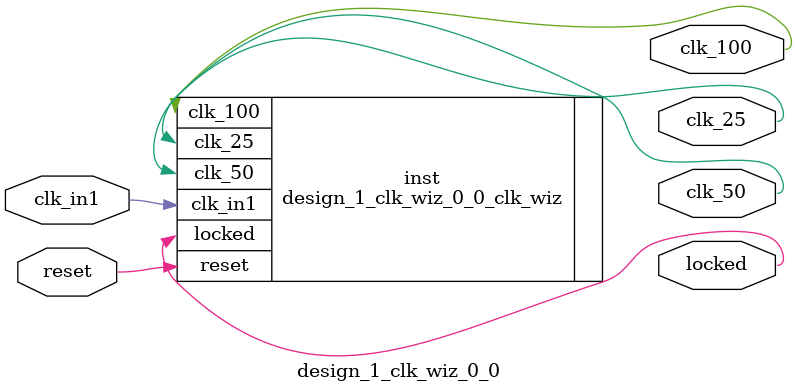
<source format=v>


`timescale 1ps/1ps

(* CORE_GENERATION_INFO = "design_1_clk_wiz_0_0,clk_wiz_v6_0_4_0_0,{component_name=design_1_clk_wiz_0_0,use_phase_alignment=true,use_min_o_jitter=false,use_max_i_jitter=false,use_dyn_phase_shift=false,use_inclk_switchover=false,use_dyn_reconfig=false,enable_axi=0,feedback_source=FDBK_AUTO,PRIMITIVE=MMCM,num_out_clk=3,clkin1_period=10.000,clkin2_period=10.000,use_power_down=false,use_reset=true,use_locked=true,use_inclk_stopped=false,feedback_type=SINGLE,CLOCK_MGR_TYPE=NA,manual_override=false}" *)

module design_1_clk_wiz_0_0 
 (
  // Clock out ports
  output        clk_100,
  output        clk_50,
  output        clk_25,
  // Status and control signals
  input         reset,
  output        locked,
 // Clock in ports
  input         clk_in1
 );

  design_1_clk_wiz_0_0_clk_wiz inst
  (
  // Clock out ports  
  .clk_100(clk_100),
  .clk_50(clk_50),
  .clk_25(clk_25),
  // Status and control signals               
  .reset(reset), 
  .locked(locked),
 // Clock in ports
  .clk_in1(clk_in1)
  );

endmodule

</source>
